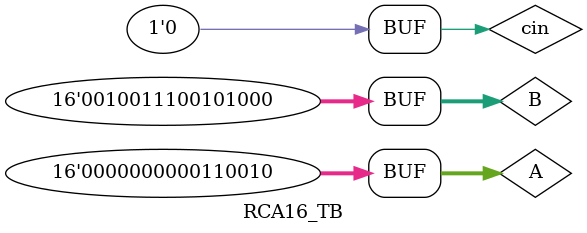
<source format=v>
`timescale 1ns / 1ps


module RCA16_TB;
    // Inputs
    reg[15:0] A;
    reg[15:0] B;
    reg cin;

    // Outputs
    wire[15:0] sum;
    wire cout;

    RCA_8 A1(.A(A), .B(B), .cin(cin), 
            .sum(sum), .cout(cout));
    
    initial 
        begin
            $monitor ("A = %d, B = %d, cin = %d, sum = %d, cout = %d\n", A, B, cin, sum, cout);

            // Test cases
            // 16-bit unsigned numbers can vary from [0, 65535]
            // Output can range from [0, 131071]
            A = 16'd65000; B = 16'd65340; cin = 1'd0;       // sum = 16'64804, cout = 1'd1
            #100;
            A = 16'd58135; B = 16'd3592; cin = 1'd0;        // sum = 16'61727, cout = 1'd0
            #100;
            A = 16'd1005; B = 16'd69; cin = 1'd1;           // sum = 16'd1075, cout = 1'd0
            #100;
            A = 16'd15124; B = 16'd5383; cin = 1'd1;        // sum = 16'20508, cout = 1'd0
            #100;
            A = 16'd50; B = 16'd10024; cin = 1'd0;          // sum = 16'd10074, cout = 1'd0
        end

endmodule
</source>
